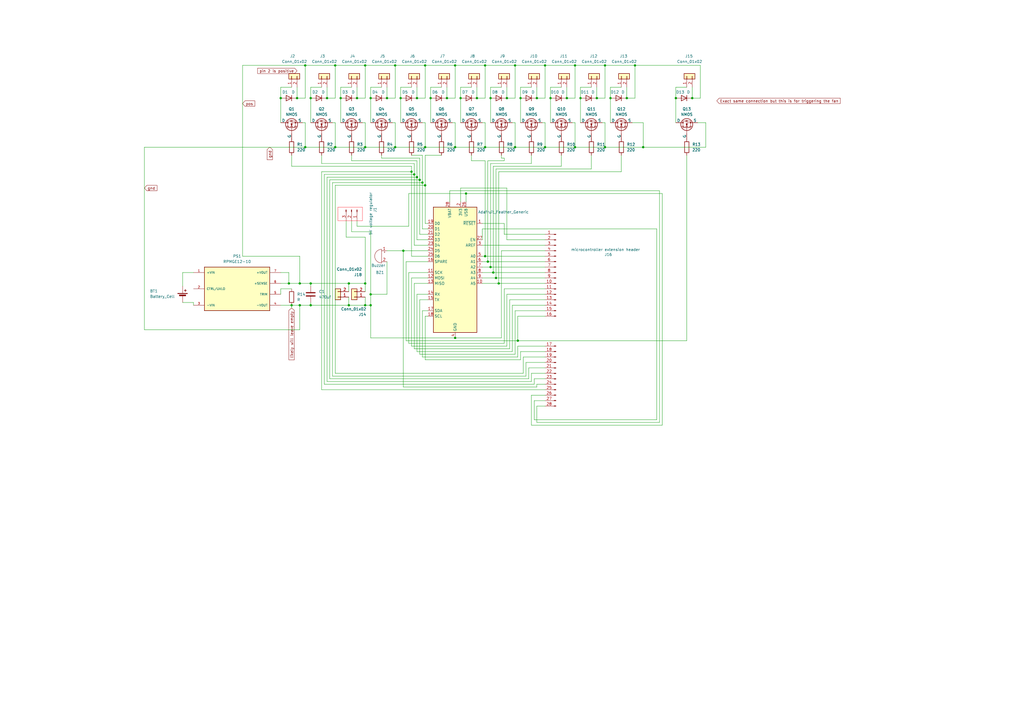
<source format=kicad_sch>
(kicad_sch (version 20250114) (generator "eeschema") (generator_version "9.0")
  (paper "User" 477.19 332.334)
  (rectangle (start 157.48 96.52) (end 168.91 102.87) (stroke (width 0) (color 255 41 55 1)))
  (junction (at 191.77 80.01))
  (junction (at 172.72 142.24))
  (junction (at 240.03 68.58))
  (junction (at 322.58 45.72))
  (junction (at 135.89 142.24))
  (junction (at 138.43 45.72))
  (junction (at 284.48 45.72))
  (junction (at 217.17 90.17))
  (junction (at 212.09 68.58))
  (junction (at 194.31 45.72))
  (junction (at 270.51 45.72))
  (junction (at 227.33 121.92))
  (junction (at 232.41 132.08))
  (junction (at 212.09 30.48))
  (junction (at 180.34 45.72))
  (junction (at 142.24 30.48))
  (junction (at 292.1 45.72))
  (junction (at 162.56 132.08))
  (junction (at 242.57 45.72))
  (junction (at 144.78 45.72))
  (junction (at 212.09 157.48))
  (junction (at 278.13 45.72))
  (junction (at 186.69 45.72))
  (junction (at 254 30.48))
  (junction (at 184.15 30.48))
  (junction (at 193.04 81.28))
  (junction (at 241.3 158.75))
  (junction (at 187.96 116.84))
  (junction (at 156.21 68.58))
  (junction (at 295.91 30.48))
  (junction (at 170.18 142.24))
  (junction (at 195.58 83.82))
  (junction (at 166.37 45.72))
  (junction (at 198.12 68.58))
  (junction (at 226.06 30.48))
  (junction (at 134.62 132.08))
  (junction (at 208.28 45.72))
  (junction (at 184.15 68.58))
  (junction (at 196.85 85.09))
  (junction (at 299.72 68.58))
  (junction (at 198.12 86.36))
  (junction (at 139.7 132.08))
  (junction (at 281.94 68.58))
  (junction (at 240.03 30.48))
  (junction (at 226.06 68.58))
  (junction (at 254 68.58))
  (junction (at 256.54 45.72))
  (junction (at 172.72 45.72))
  (junction (at 130.81 45.72))
  (junction (at 226.06 119.38))
  (junction (at 267.97 68.58))
  (junction (at 144.78 132.08))
  (junction (at 228.6 45.72))
  (junction (at 267.97 30.48))
  (junction (at 250.19 45.72))
  (junction (at 198.12 30.48))
  (junction (at 170.18 30.48))
  (junction (at 170.18 132.08))
  (junction (at 158.75 45.72))
  (junction (at 228.6 124.46))
  (junction (at 214.63 45.72))
  (junction (at 231.14 129.54))
  (junction (at 314.96 45.72))
  (junction (at 144.78 142.24))
  (junction (at 264.16 45.72))
  (junction (at 152.4 45.72))
  (junction (at 229.87 127))
  (junction (at 200.66 45.72))
  (junction (at 162.56 142.24))
  (junction (at 281.94 30.48))
  (junction (at 142.24 68.58))
  (junction (at 139.7 142.24))
  (junction (at 194.31 82.55))
  (junction (at 236.22 45.72))
  (junction (at 172.72 137.16))
  (junction (at 156.21 30.48))
  (junction (at 222.25 45.72))
  (junction (at 170.18 68.58))
  (wire (pts (xy 184.15 45.72) (xy 180.34 45.72)))
  (wire (pts (xy 152.4 82.55) (xy 194.31 82.55)))
  (wire (pts (xy 232.41 132.08) (xy 224.79 132.08)))
  (wire (pts (xy 195.58 109.22) (xy 199.39 109.22)))
  (wire (pts (xy 166.37 40.64) (xy 166.37 45.72)))
  (wire (pts (xy 281.94 57.15) (xy 281.94 68.58)))
  (wire (pts (xy 198.12 68.58) (xy 212.09 68.58)))
  (wire (pts (xy 162.56 132.08) (xy 170.18 132.08)))
  (wire (pts (xy 156.21 30.48) (xy 156.21 45.72)))
  (wire (pts (xy 254 163.83) (xy 242.57 163.83)))
  (wire (pts (xy 198.12 30.48) (xy 212.09 30.48)))
  (wire (pts (xy 144.78 132.08) (xy 144.78 133.35)))
  (wire (pts (xy 247.65 177.8) (xy 152.4 177.8)))
  (wire (pts (xy 154.94 175.26) (xy 154.94 85.09)))
  (wire (pts (xy 281.94 68.58) (xy 299.72 68.58)))
  (wire (pts (xy 191.77 129.54) (xy 199.39 129.54)))
  (wire (pts (xy 212.09 30.48) (xy 226.06 30.48)))
  (wire (pts (xy 186.69 45.72) (xy 186.69 40.64)))
  (wire (pts (xy 177.8 73.66) (xy 177.8 72.39)))
  (wire (pts (xy 130.81 45.72) (xy 130.81 57.15)))
  (wire (pts (xy 234.95 109.22) (xy 254 109.22)))
  (wire (pts (xy 130.81 142.24) (xy 135.89 142.24)))
  (wire (pts (xy 170.18 57.15) (xy 170.18 68.58)))
  (wire (pts (xy 284.48 45.72) (xy 284.48 40.64)))
  (wire (pts (xy 308.61 198.12) (xy 308.61 90.17)))
  (wire (pts (xy 154.94 85.09) (xy 196.85 85.09)))
  (wire (pts (xy 256.54 45.72) (xy 256.54 57.15)))
  (wire (pts (xy 189.23 158.75) (xy 189.23 121.92)))
  (wire (pts (xy 250.19 179.07) (xy 250.19 180.34)))
  (wire (pts (xy 264.16 40.64) (xy 264.16 45.72)))
  (wire (pts (xy 209.55 88.9) (xy 307.34 88.9)))
  (wire (pts (xy 170.18 132.08) (xy 170.18 135.89)))
  (wire (pts (xy 156.21 57.15) (xy 154.94 57.15)))
  (wire (pts (xy 156.21 86.36) (xy 198.12 86.36)))
  (wire (pts (xy 227.33 74.93) (xy 234.95 74.93)))
  (wire (pts (xy 191.77 161.29) (xy 191.77 129.54)))
  (wire (pts (xy 212.09 68.58) (xy 226.06 68.58)))
  (wire (pts (xy 236.22 161.29) (xy 191.77 161.29)))
  (wire (pts (xy 195.58 109.22) (xy 195.58 83.82)))
  (wire (pts (xy 191.77 77.47) (xy 135.89 77.47)))
  (wire (pts (xy 153.67 176.53) (xy 246.38 176.53)))
  (wire (pts (xy 139.7 142.24) (xy 144.78 142.24)))
  (wire (pts (xy 242.57 167.64) (xy 198.12 167.64)))
  (wire (pts (xy 85.09 140.97) (xy 90.17 140.97)))
  (wire (pts (xy 90.17 140.97) (xy 90.17 142.24)))
  (wire (pts (xy 184.15 30.48) (xy 184.15 45.72)))
  (wire (pts (xy 254 176.53) (xy 248.92 176.53)))
  (wire (pts (xy 250.19 196.85) (xy 250.19 189.23)))
  (wire (pts (xy 151.13 81.28) (xy 193.04 81.28)))
  (wire (pts (xy 254 179.07) (xy 250.19 179.07)))
  (wire (pts (xy 238.76 142.24) (xy 238.76 163.83)))
  (wire (pts (xy 236.22 87.63) (xy 236.22 111.76)))
  (wire (pts (xy 299.72 57.15) (xy 294.64 57.15)))
  (wire (pts (xy 139.7 132.08) (xy 144.78 132.08)))
  (wire (pts (xy 130.81 45.72) (xy 130.81 40.64)))
  (wire (pts (xy 139.7 119.38) (xy 139.7 132.08)))
  (wire (pts (xy 241.3 161.29) (xy 241.3 166.37)))
  (wire (pts (xy 172.72 157.48) (xy 172.72 142.24)))
  (wire (pts (xy 240.03 30.48) (xy 240.03 45.72)))
  (wire (pts (xy 194.31 163.83) (xy 194.31 137.16)))
  (wire (pts (xy 250.19 189.23) (xy 254 189.23)))
  (wire (pts (xy 250.19 40.64) (xy 250.19 45.72)))
  (wire (pts (xy 228.6 45.72) (xy 228.6 57.15)))
  (wire (pts (xy 295.91 30.48) (xy 295.91 45.72)))
  (wire (pts (xy 158.75 45.72) (xy 158.75 57.15)))
  (wire (pts (xy 314.96 45.72) (xy 314.96 40.64)))
  (wire (pts (xy 198.12 104.14) (xy 199.39 104.14)))
  (wire (pts (xy 144.78 142.24) (xy 162.56 142.24)))
  (wire (pts (xy 270.51 45.72) (xy 270.51 40.64)))
  (wire (pts (xy 308.61 90.17) (xy 217.17 90.17)))
  (wire (pts (xy 149.86 80.01) (xy 191.77 80.01)))
  (wire (pts (xy 234.95 73.66) (xy 233.68 73.66)))
  (wire (pts (xy 184.15 57.15) (xy 184.15 68.58)))
  (wire (pts (xy 196.85 106.68) (xy 199.39 106.68)))
  (wire (pts (xy 270.51 45.72) (xy 270.51 57.15)))
  (wire (pts (xy 182.88 57.15) (xy 184.15 57.15)))
  (wire (pts (xy 113.03 30.48) (xy 113.03 119.38)))
  (wire (pts (xy 284.48 45.72) (xy 284.48 57.15)))
  (wire (pts (xy 219.71 74.93) (xy 226.06 74.93)))
  (wire (pts (xy 113.03 119.38) (xy 139.7 119.38)))
  (wire (pts (xy 186.69 40.64) (xy 191.77 40.64)))
  (wire (pts (xy 242.57 163.83) (xy 242.57 167.64)))
  (wire (pts (xy 200.66 40.64) (xy 205.74 40.64)))
  (wire (pts (xy 254 171.45) (xy 246.38 171.45)))
  (wire (pts (xy 248.92 186.69) (xy 254 186.69)))
  (wire (pts (xy 306.07 106.68) (xy 306.07 195.58)))
  (wire (pts (xy 196.85 72.39) (xy 196.85 85.09)))
  (wire (pts (xy 156.21 30.48) (xy 170.18 30.48)))
  (wire (pts (xy 234.95 74.93) (xy 234.95 73.66)))
  (wire (pts (xy 170.18 68.58) (xy 184.15 68.58)))
  (wire (pts (xy 172.72 137.16) (xy 172.72 107.95)))
  (wire (pts (xy 226.06 74.93) (xy 226.06 119.38)))
  (wire (pts (xy 166.37 102.87) (xy 166.37 105.41)))
  (wire (pts (xy 200.66 45.72) (xy 200.66 40.64)))
  (wire (pts (xy 162.56 142.24) (xy 170.18 142.24)))
  (wire (pts (xy 190.5 160.02) (xy 190.5 127)))
  (wire (pts (xy 226.06 119.38) (xy 224.79 119.38)))
  (wire (pts (xy 241.3 147.32) (xy 241.3 158.75)))
  (wire (pts (xy 254 68.58) (xy 267.97 68.58)))
  (wire (pts (xy 224.79 114.3) (xy 254 114.3)))
  (wire (pts (xy 243.84 166.37) (xy 243.84 173.99)))
  (wire (pts (xy 254 134.62) (xy 234.95 134.62)))
  (wire (pts (xy 163.83 72.39) (xy 163.83 74.93)))
  (wire (pts (xy 236.22 111.76) (xy 254 111.76)))
  (wire (pts (xy 254 30.48) (xy 267.97 30.48)))
  (wire (pts (xy 314.96 45.72) (xy 314.96 57.15)))
  (wire (pts (xy 236.22 137.16) (xy 236.22 161.29)))
  (wire (pts (xy 261.62 72.39) (xy 261.62 77.47)))
  (wire (pts (xy 196.85 166.37) (xy 196.85 144.78)))
  (wire (pts (xy 229.87 77.47) (xy 261.62 77.47)))
  (wire (pts (xy 142.24 45.72) (xy 142.24 30.48)))
  (wire (pts (xy 180.34 137.16) (xy 172.72 137.16)))
  (wire (pts (xy 198.12 167.64) (xy 198.12 147.32)))
  (wire (pts (xy 196.85 144.78) (xy 199.39 144.78)))
  (wire (pts (xy 210.82 57.15) (xy 212.09 57.15)))
  (wire (pts (xy 248.92 176.53) (xy 248.92 179.07)))
  (wire (pts (xy 292.1 40.64) (xy 292.1 45.72)))
  (wire (pts (xy 219.71 72.39) (xy 219.71 74.93)))
  (wire (pts (xy 198.12 147.32) (xy 199.39 147.32)))
  (wire (pts (xy 214.63 93.98) (xy 214.63 87.63)))
  (wire (pts (xy 281.94 45.72) (xy 281.94 30.48)))
  (wire (pts (xy 328.93 57.15) (xy 328.93 68.58)))
  (wire (pts (xy 278.13 45.72) (xy 281.94 45.72)))
  (wire (pts (xy 130.81 127) (xy 134.62 127)))
  (wire (pts (xy 224.79 106.68) (xy 306.07 106.68)))
  (wire (pts (xy 224.79 57.15) (xy 226.06 57.15)))
  (wire (pts (xy 226.06 57.15) (xy 226.06 68.58)))
  (wire (pts (xy 194.31 82.55) (xy 194.31 74.93)))
  (wire (pts (xy 198.12 86.36) (xy 198.12 72.39)))
  (wire (pts (xy 247.65 76.2) (xy 247.65 72.39)))
  (wire (pts (xy 254 144.78) (xy 240.03 144.78)))
  (wire (pts (xy 195.58 165.1) (xy 195.58 139.7)))
  (wire (pts (xy 226.06 45.72) (xy 226.06 30.48)))
  (wire (pts (xy 168.91 57.15) (xy 170.18 57.15)))
  (wire (pts (xy 172.72 45.72) (xy 172.72 57.15)))
  (wire (pts (xy 142.24 68.58) (xy 156.21 68.58)))
  (wire (pts (xy 90.17 127) (xy 85.09 127)))
  (wire (pts (xy 228.6 40.64) (xy 233.68 40.64)))
  (wire (pts (xy 284.48 40.64) (xy 289.56 40.64)))
  (wire (pts (xy 135.89 142.24) (xy 139.7 142.24)))
  (wire (pts (xy 231.14 129.54) (xy 254 129.54)))
  (wire (pts (xy 254 137.16) (xy 236.22 137.16)))
  (wire (pts (xy 229.87 127) (xy 224.79 127)))
  (wire (pts (xy 144.78 140.97) (xy 144.78 142.24)))
  (wire (pts (xy 224.79 111.76) (xy 224.79 106.68)))
  (wire (pts (xy 267.97 30.48) (xy 267.97 45.72)))
  (wire (pts (xy 193.04 162.56) (xy 193.04 132.08)))
  (wire (pts (xy 245.11 175.26) (xy 154.94 175.26)))
  (wire (pts (xy 247.65 198.12) (xy 308.61 198.12)))
  (wire (pts (xy 152.4 40.64) (xy 152.4 45.72)))
  (wire (pts (xy 172.72 142.24) (xy 172.72 137.16)))
  (wire (pts (xy 267.97 30.48) (xy 281.94 30.48)))
  (wire (pts (xy 163.83 107.95) (xy 163.83 102.87)))
  (wire (pts (xy 130.81 134.62) (xy 130.81 137.16)))
  (wire (pts (xy 275.59 78.74) (xy 231.14 78.74)))
  (wire (pts (xy 191.77 119.38) (xy 191.77 80.01)))
  (wire (pts (xy 200.66 45.72) (xy 200.66 57.15)))
  (wire (pts (xy 222.25 45.72) (xy 226.06 45.72)))
  (wire (pts (xy 228.6 124.46) (xy 254 124.46)))
  (wire (pts (xy 170.18 132.08) (xy 170.18 110.49)))
  (wire (pts (xy 191.77 72.39) (xy 196.85 72.39)))
  (wire (pts (xy 217.17 90.17) (xy 217.17 93.98)))
  (wire (pts (xy 252.73 57.15) (xy 254 57.15)))
  (wire (pts (xy 254 161.29) (xy 241.3 161.29)))
  (wire (pts (xy 267.97 45.72) (xy 264.16 45.72)))
  (wire (pts (xy 237.49 139.7) (xy 237.49 162.56)))
  (wire (pts (xy 275.59 72.39) (xy 275.59 78.74)))
  (wire (pts (xy 208.28 40.64) (xy 208.28 45.72)))
  (wire (pts (xy 233.68 116.84) (xy 233.68 157.48)))
  (wire (pts (xy 149.86 181.61) (xy 149.86 80.01)))
  (wire (pts (xy 158.75 45.72) (xy 158.75 40.64)))
  (wire (pts (xy 325.12 57.15) (xy 328.93 57.15)))
  (wire (pts (xy 194.31 111.76) (xy 199.39 111.76)))
  (wire (pts (xy 254 57.15) (xy 254 68.58)))
  (wire (pts (xy 193.04 114.3) (xy 193.04 81.28)))
  (wire (pts (xy 156.21 86.36) (xy 156.21 173.99)))
  (wire (pts (xy 234.95 104.14) (xy 234.95 109.22)))
  (wire (pts (xy 153.67 176.53) (xy 153.67 83.82)))
  (wire (pts (xy 194.31 40.64) (xy 194.31 45.72)))
  (wire (pts (xy 240.03 30.48) (xy 254 30.48)))
  (wire (pts (xy 194.31 74.93) (xy 163.83 74.93)))
  (wire (pts (xy 144.78 45.72) (xy 144.78 57.15)))
  (wire (pts (xy 242.57 45.72) (xy 242.57 57.15)))
  (wire (pts (xy 214.63 40.64) (xy 219.71 40.64)))
  (wire (pts (xy 233.68 73.66) (xy 233.68 72.39)))
  (wire (pts (xy 256.54 40.64) (xy 261.62 40.64)))
  (wire (pts (xy 162.56 132.08) (xy 162.56 135.89)))
  (wire (pts (xy 254 142.24) (xy 238.76 142.24)))
  (wire (pts (xy 187.96 116.84) (xy 199.39 116.84)))
  (wire (pts (xy 254 173.99) (xy 247.65 173.99)))
  (wire (pts (xy 180.34 40.64) (xy 180.34 45.72)))
  (wire (pts (xy 229.87 127) (xy 254 127)))
  (wire (pts (xy 194.31 137.16) (xy 199.39 137.16)))
  (wire (pts (xy 198.12 57.15) (xy 198.12 68.58)))
  (wire (pts (xy 138.43 45.72) (xy 142.24 45.72)))
  (wire (pts (xy 232.41 80.01) (xy 232.41 132.08)))
  (wire (pts (xy 328.93 68.58) (xy 299.72 68.58)))
  (wire (pts (xy 266.7 57.15) (xy 267.97 57.15)))
  (wire (pts (xy 135.89 143.51) (xy 135.89 142.24)))
  (wire (pts (xy 139.7 142.24) (xy 139.7 153.67)))
  (wire (pts (xy 158.75 40.64) (xy 163.83 40.64)))
  (wire (pts (xy 180.34 116.84) (xy 187.96 116.84)))
  (wire (pts (xy 194.31 45.72) (xy 198.12 45.72)))
  (wire (pts (xy 67.31 153.67) (xy 67.31 68.58)))
  (wire (pts (xy 85.09 127) (xy 85.09 133.35)))
  (wire (pts (xy 151.13 179.07) (xy 248.92 179.07)))
  (wire (pts (xy 212.09 45.72) (xy 208.28 45.72)))
  (wire (pts (xy 134.62 127) (xy 134.62 132.08)))
  (wire (pts (xy 242.57 40.64) (xy 247.65 40.64)))
  (wire (pts (xy 166.37 45.72) (xy 170.18 45.72)))
  (wire (pts (xy 238.76 57.15) (xy 240.03 57.15)))
  (wire (pts (xy 227.33 121.92) (xy 224.79 121.92)))
  (wire (pts (xy 172.72 40.64) (xy 177.8 40.64)))
  (wire (pts (xy 254 45.72) (xy 254 30.48)))
  (wire (pts (xy 191.77 80.01) (xy 191.77 77.47)))
  (wire (pts (xy 322.58 40.64) (xy 322.58 45.72)))
  (wire (pts (xy 254 184.15) (xy 247.65 184.15)))
  (wire (pts (xy 307.34 196.85) (xy 250.19 196.85)))
  (wire (pts (xy 320.04 72.39) (xy 320.04 158.75)))
  (wire (pts (xy 144.78 132.08) (xy 162.56 132.08)))
  (wire (pts (xy 240.03 45.72) (xy 236.22 45.72)))
  (wire (pts (xy 209.55 93.98) (xy 209.55 88.9)))
  (wire (pts (xy 187.96 180.34) (xy 187.96 116.84)))
  (wire (pts (xy 135.89 72.39) (xy 135.89 77.47)))
  (wire (pts (xy 156.21 45.72) (xy 152.4 45.72)))
  (wire (pts (xy 237.49 162.56) (xy 193.04 162.56)))
  (wire (pts (xy 231.14 129.54) (xy 224.79 129.54)))
  (wire (pts (xy 229.87 77.47) (xy 229.87 127)))
  (wire (pts (xy 226.06 119.38) (xy 254 119.38)))
  (wire (pts (xy 130.81 40.64) (xy 135.89 40.64)))
  (wire (pts (xy 138.43 40.64) (xy 138.43 45.72)))
  (wire (pts (xy 172.72 45.72) (xy 172.72 40.64)))
  (wire (pts (xy 187.96 180.34) (xy 250.19 180.34)))
  (wire (pts (xy 240.03 165.1) (xy 195.58 165.1)))
  (wire (pts (xy 156.21 68.58) (xy 170.18 68.58)))
  (wire (pts (xy 299.72 68.58) (xy 299.72 57.15)))
  (wire (pts (xy 267.97 57.15) (xy 267.97 68.58)))
  (wire (pts (xy 214.63 45.72) (xy 214.63 40.64)))
  (wire (pts (xy 227.33 74.93) (xy 227.33 121.92)))
  (wire (pts (xy 254 116.84) (xy 233.68 116.84)))
  (wire (pts (xy 153.67 83.82) (xy 195.58 83.82)))
  (wire (pts (xy 193.04 132.08) (xy 199.39 132.08)))
  (wire (pts (xy 240.03 68.58) (xy 254 68.58)))
  (wire (pts (xy 195.58 139.7) (xy 199.39 139.7)))
  (wire (pts (xy 149.86 76.2) (xy 149.86 72.39)))
  (wire (pts (xy 130.81 132.08) (xy 134.62 132.08)))
  (wire (pts (xy 326.39 30.48) (xy 326.39 45.72)))
  (wire (pts (xy 247.65 184.15) (xy 247.65 198.12)))
  (wire (pts (xy 166.37 105.41) (xy 190.5 105.41)))
  (wire (pts (xy 190.5 90.17) (xy 217.17 90.17)))
  (wire (pts (xy 142.24 57.15) (xy 140.97 57.15)))
  (wire (pts (xy 256.54 45.72) (xy 256.54 40.64)))
  (wire (pts (xy 139.7 153.67) (xy 67.31 153.67)))
  (wire (pts (xy 190.5 127) (xy 199.39 127)))
  (wire (pts (xy 245.11 168.91) (xy 245.11 175.26)))
  (wire (pts (xy 326.39 45.72) (xy 322.58 45.72)))
  (wire (pts (xy 190.5 105.41) (xy 190.5 90.17)))
  (wire (pts (xy 180.34 121.92) (xy 180.34 137.16)))
  (wire (pts (xy 144.78 40.64) (xy 149.86 40.64)))
  (wire (pts (xy 149.86 181.61) (xy 254 181.61)))
  (wire (pts (xy 238.76 163.83) (xy 194.31 163.83)))
  (wire (pts (xy 170.18 45.72) (xy 170.18 30.48)))
  (wire (pts (xy 214.63 45.72) (xy 214.63 57.15)))
  (wire (pts (xy 193.04 114.3) (xy 199.39 114.3)))
  (wire (pts (xy 248.92 195.58) (xy 248.92 186.69)))
  (wire (pts (xy 240.03 144.78) (xy 240.03 165.1)))
  (wire (pts (xy 228.6 124.46) (xy 224.79 124.46)))
  (wire (pts (xy 151.13 179.07) (xy 151.13 81.28)))
  (wire (pts (xy 232.41 132.08) (xy 254 132.08)))
  (wire (pts (xy 170.18 142.24) (xy 172.72 142.24)))
  (wire (pts (xy 198.12 104.14) (xy 198.12 86.36)))
  (wire (pts (xy 193.04 76.2) (xy 149.86 76.2)))
  (wire (pts (xy 163.83 107.95) (xy 172.72 107.95)))
  (wire (pts (xy 240.03 57.15) (xy 240.03 68.58)))
  (wire (pts (xy 233.68 157.48) (xy 212.09 157.48)))
  (wire (pts (xy 241.3 158.75) (xy 189.23 158.75)))
  (wire (pts (xy 195.58 83.82) (xy 195.58 73.66)))
  (wire (pts (xy 242.57 45.72) (xy 242.57 40.64)))
  (wire (pts (xy 246.38 171.45) (xy 246.38 176.53)))
  (wire (pts (xy 170.18 30.48) (xy 184.15 30.48)))
  (wire (pts (xy 198.12 45.72) (xy 198.12 30.48)))
  (wire (pts (xy 254 168.91) (xy 245.11 168.91)))
  (wire (pts (xy 142.24 30.48) (xy 156.21 30.48)))
  (wire (pts (xy 142.24 57.15) (xy 142.24 68.58)))
  (wire (pts (xy 289.56 72.39) (xy 289.56 80.01)))
  (wire (pts (xy 267.97 68.58) (xy 281.94 68.58)))
  (wire (pts (xy 186.69 45.72) (xy 186.69 57.15)))
  (wire (pts (xy 281.94 30.48) (xy 295.91 30.48)))
  (wire (pts (xy 226.06 30.48) (xy 240.03 30.48)))
  (wire (pts (xy 222.25 40.64) (xy 222.25 45.72)))
  (wire (pts (xy 241.3 166.37) (xy 196.85 166.37)))
  (wire (pts (xy 232.41 80.01) (xy 289.56 80.01)))
  (wire (pts (xy 224.79 104.14) (xy 234.95 104.14)))
  (wire (pts (xy 196.85 57.15) (xy 198.12 57.15)))
  (wire (pts (xy 247.65 76.2) (xy 228.6 76.2)))
  (wire (pts (xy 194.31 111.76) (xy 194.31 82.55)))
  (wire (pts (xy 243.84 173.99) (xy 156.21 173.99)))
  (wire (pts (xy 228.6 76.2) (xy 228.6 124.46)))
  (wire (pts (xy 142.24 30.48) (xy 113.03 30.48)))
  (wire (pts (xy 254 139.7) (xy 237.49 139.7)))
  (wire (pts (xy 212.09 157.48) (xy 172.72 157.48)))
  (wire (pts (xy 193.04 81.28) (xy 193.04 76.2)))
  (wire (pts (xy 199.39 119.38) (xy 191.77 119.38)))
  (wire (pts (xy 314.96 40.64) (xy 320.04 40.64)))
  (wire (pts (xy 295.91 30.48) (xy 326.39 30.48)))
  (wire (pts (xy 135.89 134.62) (xy 130.81 134.62)))
  (wire (pts (xy 236.22 40.64) (xy 236.22 45.72)))
  (wire (pts (xy 184.15 68.58) (xy 198.12 68.58)))
  (wire (pts (xy 250.19 45.72) (xy 254 45.72)))
  (wire (pts (xy 254 166.37) (xy 243.84 166.37)))
  (wire (pts (xy 195.58 73.66) (xy 177.8 73.66)))
  (wire (pts (xy 231.14 78.74) (xy 231.14 129.54)))
  (wire (pts (xy 161.29 110.49) (xy 161.29 102.87)))
  (wire (pts (xy 212.09 57.15) (xy 212.09 68.58)))
  (wire (pts (xy 234.95 134.62) (xy 234.95 160.02)))
  (wire (pts (xy 189.23 121.92) (xy 199.39 121.92)))
  (wire (pts (xy 214.63 87.63) (xy 236.22 87.63)))
  (wire (pts (xy 212.09 30.48) (xy 212.09 45.72)))
  (wire (pts (xy 161.29 110.49) (xy 170.18 110.49)))
  (wire (pts (xy 307.34 88.9) (xy 307.34 196.85)))
  (wire (pts (xy 254 147.32) (xy 241.3 147.32)))
  (wire (pts (xy 306.07 195.58) (xy 248.92 195.58)))
  (wire (pts (xy 152.4 177.8) (xy 152.4 82.55)))
  (wire (pts (xy 278.13 40.64) (xy 278.13 45.72)))
  (wire (pts (xy 162.56 138.43) (xy 162.56 142.24)))
  (wire (pts (xy 226.06 68.58) (xy 240.03 68.58)))
  (wire (pts (xy 67.31 68.58) (xy 142.24 68.58)))
  (wire (pts (xy 134.62 132.08) (xy 139.7 132.08)))
  (wire (pts (xy 196.85 85.09) (xy 196.85 106.68)))
  (wire (pts (xy 270.51 40.64) (xy 275.59 40.64)))
  (wire (pts (xy 234.95 160.02) (xy 190.5 160.02)))
  (wire (pts (xy 280.67 57.15) (xy 281.94 57.15)))
  (wire (pts (xy 144.78 45.72) (xy 144.78 40.64)))
  (wire (pts (xy 247.65 173.99) (xy 247.65 177.8)))
  (wire (pts (xy 320.04 158.75) (xy 241.3 158.75)))
  (wire (pts (xy 170.18 138.43) (xy 170.18 142.24)))
  (wire (pts (xy 295.91 45.72) (xy 292.1 45.72)))
  (wire (pts (xy 227.33 121.92) (xy 254 121.92)))
  (wire (pts (xy 184.15 30.48) (xy 198.12 30.48)))
  (wire (pts (xy 228.6 45.72) (xy 228.6 40.64)))
  (wire (pts (xy 198.12 72.39) (xy 205.74 72.39)))
  (wire (pts (xy 156.21 68.58) (xy 156.21 57.15)))
  (global_label "gnd" (shape input) (at 67.31 87.63 0) (property "Intersheetrefs" "${INTERSHEET_REFS}" (effects (hide yes))))
  (global_label "gnd" (shape input) (at 125.73 68.58 270) (property "Intersheetrefs" "${INTERSHEET_REFS}" (effects (hide yes))))
  (global_label "Exact same connection but this is for triggering the fan" (shape input) (at 334.01 46.99 0) (property "Intersheetrefs" "${INTERSHEET_REFS}" (effects (hide yes))))
  (global_label "likely will leave empty" (shape input) (at 135.89 143.51 270) (property "Intersheetrefs" "${INTERSHEET_REFS}" (effects (hide yes))))
  (global_label "pos" (shape input) (at 113.03 48.26 0) (property "Intersheetrefs" "${INTERSHEET_REFS}" (effects (hide yes))))
  (global_label "pin 2 is positive" (shape input) (at 138.43 33.02 180) (property "Intersheetrefs" "${INTERSHEET_REFS}" (effects (hide yes))))
  (symbol (lib_name "NMOS_1") (lib_id "Simulation_SPICE:NMOS") (at 149.86 59.69 90) (unit 1)
    (property "Reference" "Q2" (at 149.86 50.8 90))
    (property "Value" "NMOS" (at 149.86 53.34 90))
    (property "Footprint" "Package_TO_SOT_THT:TO-220-3_Vertical" (effects (hide yes)))
    (property "Datasheet" "https://ngspice.sourceforge.io/docs/ngspice-html-manual/manual.xhtml#cha_MOSFETs" (effects (hide yes)))
    (property "Description" "N-MOSFET transistor, drain/source/gate" (effects (hide yes)))
    (property "Sim.Device" "NMOS" (effects (hide yes)))
    (property "Sim.Type" "VDMOS" (effects (hide yes)))
    (property "Sim.Pins" "1=D 2=G 3=S" (effects (hide yes)))
  )
  (symbol (lib_id "Connector_Generic:Conn_01x02") (at 219.71 35.56 90) (unit 1)
    (property "Reference" "J8" (at 218.948 26.162 90) (effects (justify right)))
    (property "Value" "Conn_01x02" (at 215.138 28.702 90) (effects (justify right)))
    (property "Footprint" "AA_Oscars_Custom:2 pin qwik connector" (effects (hide yes)))
    (property "Description" "Generic connector, single row, 01x02, script generated (kicad-library-utils/schlib/autogen/connector/)" (effects (hide yes)))
  )
  (symbol (lib_id "Device:R") (at 275.59 68.58 0) (unit 1)
    (property "Reference" "R11" (at 278.13 67.3099 0) (effects (justify left)))
    (property "Value" "220" (at 278.13 69.8499 0) (effects (justify left)))
    (property "Footprint" "Resistor_SMD:R_2010_5025Metric_Pad1.40x2.65mm_HandSolder" (effects (hide yes)))
    (property "Description" "Resistor" (effects (hide yes)))
  )
  (symbol (lib_id "Device:R") (at 219.71 68.58 0) (unit 1)
    (property "Reference" "R7" (at 222.25 67.3099 0) (effects (justify left)))
    (property "Value" "220" (at 222.25 69.8499 0) (effects (justify left)))
    (property "Footprint" "Resistor_SMD:R_2010_5025Metric_Pad1.40x2.65mm_HandSolder" (effects (hide yes)))
    (property "Description" "Resistor" (effects (hide yes)))
  )
  (symbol (lib_id "Connector_Generic:Conn_01x02") (at 157.48 138.43 180) (unit 1)
    (property "Reference" "J18" (at 168.656 128.016 0) (effects (justify left)))
    (property "Value" "Conn_01x02" (at 168.656 125.476 0) (effects (justify left)))
    (property "Footprint" "Connector_PinHeader_2.54mm:PinHeader_1x02_P2.54mm_Vertical" (effects (hide yes)))
    (property "Description" "Generic connector, single row, 01x02, script generated (kicad-library-utils/schlib/autogen/connector/)" (effects (hide yes)))
  )
  (symbol (lib_id "Connector_Generic:Conn_01x02") (at 135.89 35.56 90) (unit 1)
    (property "Reference" "J2" (at 135.128 26.162 90) (effects (justify right)))
    (property "Value" "Conn_01x02" (at 131.318 28.702 90) (effects (justify right)))
    (property "Footprint" "AA_Oscars_Custom:2 pin qwik connector" (effects (hide yes)))
    (property "Description" "Generic connector, single row, 01x02, script generated (kicad-library-utils/schlib/autogen/connector/)" (effects (hide yes)))
  )
  (symbol (lib_id "Device:R") (at 149.86 68.58 0) (unit 1)
    (property "Reference" "R2" (at 152.4 67.3099 0) (effects (justify left)))
    (property "Value" "220" (at 152.4 69.8499 0) (effects (justify left)))
    (property "Footprint" "Resistor_SMD:R_2010_5025Metric_Pad1.40x2.65mm_HandSolder" (effects (hide yes)))
    (property "Description" "Resistor" (effects (hide yes)))
  )
  (symbol (lib_id "Device:R") (at 191.77 68.58 0) (unit 1)
    (property "Reference" "R5" (at 194.31 67.3099 0) (effects (justify left)))
    (property "Value" "220" (at 194.31 69.8499 0) (effects (justify left)))
    (property "Footprint" "Resistor_SMD:R_2010_5025Metric_Pad1.40x2.65mm_HandSolder" (effects (hide yes)))
    (property "Description" "Resistor" (effects (hide yes)))
  )
  (symbol (lib_id "Connector:Conn_01x16_Pin") (at 259.08 127 0) (mirror y) (unit 1)
    (property "Reference" "J16" (at 283.464 118.618 0))
    (property "Value" "microcontroller extension header" (at 282.194 116.332 0))
    (property "Footprint" "AA_Oscars_Custom:simple 01x06" (effects (hide yes)))
    (property "Description" "Generic connector, single row, 01x16, script generated" (effects (hide yes)))
  )
  (symbol (lib_id "Device:D") (at 232.41 45.72 180) (unit 1)
    (property "Reference" "D8" (at 230.632 42.926 0))
    (property "Value" "D" (at 234.442 42.926 0))
    (property "Footprint" "Diode_THT:D_A-405_P7.62mm_Horizontal" (effects (hide yes)))
    (property "Description" "Diode" (effects (hide yes)))
    (property "Sim.Device" "D" (effects (hide yes)))
    (property "Sim.Pins" "1=K 2=A" (effects (hide yes)))
  )
  (symbol (lib_id "Device:D") (at 274.32 45.72 180) (unit 1)
    (property "Reference" "D11" (at 272.542 42.926 0))
    (property "Value" "D" (at 276.352 42.926 0))
    (property "Footprint" "Diode_THT:D_A-405_P7.62mm_Horizontal" (effects (hide yes)))
    (property "Description" "Diode" (effects (hide yes)))
    (property "Sim.Device" "D" (effects (hide yes)))
    (property "Sim.Pins" "1=K 2=A" (effects (hide yes)))
  )
  (symbol (lib_id "11 Oscars Custom:RPMGE12-10") (at 110.49 134.62 0) (unit 1)
    (property "Reference" "PS1" (at 110.49 119.38 0))
    (property "Value" "RPMGE12-10" (at 110.49 121.92 0))
    (property "Footprint" "AA_Oscars_Custom:CONV_RPMGE12-10" (effects (hide yes)))
    (property "MF" "Recom Power" (effects (hide yes)))
    (property "MAXIMUM_PACKAGE_HEIGHT" "12.5mm" (effects (hide yes)))
    (property "Package" "None" (effects (hide yes)))
    (property "Price" "None" (effects (hide yes)))
    (property "Check_prices" "https://www.snapeda.com/parts/RPMGE12-10/Recom+Power/view-part/?ref=eda" (effects (hide yes)))
    (property "STANDARD" "Manufacturer Recommendations" (effects (hide yes)))
    (property "PARTREV" "PRELIMINARY" (effects (hide yes)))
    (property "SnapEDA_Link" "https://www.snapeda.com/parts/RPMGE12-10/Recom+Power/view-part/?ref=snap" (effects (hide yes)))
    (property "MP" "RPMGE12-10" (effects (hide yes)))
    (property "Description_1" "\n                        \n                            10A DC/DC-Converter 'INNOLINE' 1/8 Brick OF reg\n                        \n" (effects (hide yes)))
    (property "Availability" "In Stock" (effects (hide yes)))
    (property "MANUFACTURER" "Recom Power" (effects (hide yes)))
  )
  (symbol (lib_name "NMOS_1") (lib_id "Simulation_SPICE:NMOS") (at 320.04 59.69 90) (unit 1)
    (property "Reference" "Q13" (at 320.04 50.8 90))
    (property "Value" "NMOS" (at 320.04 53.34 90))
    (property "Footprint" "Package_TO_SOT_THT:TO-220-3_Vertical" (effects (hide yes)))
    (property "Datasheet" "https://ngspice.sourceforge.io/docs/ngspice-html-manual/manual.xhtml#cha_MOSFETs" (effects (hide yes)))
    (property "Description" "N-MOSFET transistor, drain/source/gate" (effects (hide yes)))
    (property "Sim.Device" "NMOS" (effects (hide yes)))
    (property "Sim.Type" "VDMOS" (effects (hide yes)))
    (property "Sim.Pins" "1=D 2=G 3=S" (effects (hide yes)))
  )
  (symbol (lib_id "Device:R") (at 289.56 68.58 0) (unit 1)
    (property "Reference" "R12" (at 292.1 67.3099 0) (effects (justify left)))
    (property "Value" "220" (at 292.1 69.8499 0) (effects (justify left)))
    (property "Footprint" "Resistor_SMD:R_2010_5025Metric_Pad1.40x2.65mm_HandSolder" (effects (hide yes)))
    (property "Description" "Resistor" (effects (hide yes)))
  )
  (symbol (lib_id "Device:R") (at 177.8 68.58 0) (unit 1)
    (property "Reference" "R4" (at 180.34 67.3099 0) (effects (justify left)))
    (property "Value" "220" (at 180.34 69.8499 0) (effects (justify left)))
    (property "Footprint" "Resistor_SMD:R_2010_5025Metric_Pad1.40x2.65mm_HandSolder" (effects (hide yes)))
    (property "Description" "Resistor" (effects (hide yes)))
  )
  (symbol (lib_id "Device:D") (at 176.53 45.72 180) (unit 1)
    (property "Reference" "D4" (at 174.752 42.926 0))
    (property "Value" "D" (at 178.562 42.926 0))
    (property "Footprint" "Diode_THT:D_A-405_P7.62mm_Horizontal" (effects (hide yes)))
    (property "Description" "Diode" (effects (hide yes)))
    (property "Sim.Device" "D" (effects (hide yes)))
    (property "Sim.Pins" "1=K 2=A" (effects (hide yes)))
  )
  (symbol (lib_name "NMOS_1") (lib_id "Simulation_SPICE:NMOS") (at 219.71 59.69 90) (unit 1)
    (property "Reference" "Q7" (at 219.71 50.8 90))
    (property "Value" "NMOS" (at 219.71 53.34 90))
    (property "Footprint" "Package_TO_SOT_THT:TO-220-3_Vertical" (effects (hide yes)))
    (property "Datasheet" "https://ngspice.sourceforge.io/docs/ngspice-html-manual/manual.xhtml#cha_MOSFETs" (effects (hide yes)))
    (property "Description" "N-MOSFET transistor, drain/source/gate" (effects (hide yes)))
    (property "Sim.Device" "NMOS" (effects (hide yes)))
    (property "Sim.Type" "VDMOS" (effects (hide yes)))
    (property "Sim.Pins" "1=D 2=G 3=S" (effects (hide yes)))
  )
  (symbol (lib_id "Device:R") (at 163.83 68.58 0) (unit 1)
    (property "Reference" "R3" (at 166.37 67.3099 0) (effects (justify left)))
    (property "Value" "220" (at 166.37 69.8499 0) (effects (justify left)))
    (property "Footprint" "Resistor_SMD:R_2010_5025Metric_Pad1.40x2.65mm_HandSolder" (effects (hide yes)))
    (property "Description" "Resistor" (effects (hide yes)))
  )
  (symbol (lib_id "Connector_Generic:Conn_01x02") (at 191.77 35.56 90) (unit 1)
    (property "Reference" "J6" (at 191.008 26.162 90) (effects (justify right)))
    (property "Value" "Conn_01x02" (at 187.198 28.702 90) (effects (justify right)))
    (property "Footprint" "AA_Oscars_Custom:2 pin qwik connector" (effects (hide yes)))
    (property "Description" "Generic connector, single row, 01x02, script generated (kicad-library-utils/schlib/autogen/connector/)" (effects (hide yes)))
  )
  (symbol (lib_id "Device:R") (at 135.89 68.58 0) (unit 1)
    (property "Reference" "R1" (at 138.43 67.3099 0) (effects (justify left)))
    (property "Value" "220" (at 138.43 69.8499 0) (effects (justify left)))
    (property "Footprint" "Resistor_SMD:R_2010_5025Metric_Pad1.40x2.65mm_HandSolder" (effects (hide yes)))
    (property "Description" "Resistor" (effects (hide yes)))
  )
  (symbol (lib_name "NMOS_1") (lib_id "Simulation_SPICE:NMOS") (at 261.62 59.69 90) (unit 1)
    (property "Reference" "Q10" (at 261.62 50.8 90))
    (property "Value" "NMOS" (at 261.62 53.34 90))
    (property "Footprint" "Package_TO_SOT_THT:TO-220-3_Vertical" (effects (hide yes)))
    (property "Datasheet" "https://ngspice.sourceforge.io/docs/ngspice-html-manual/manual.xhtml#cha_MOSFETs" (effects (hide yes)))
    (property "Description" "N-MOSFET transistor, drain/source/gate" (effects (hide yes)))
    (property "Sim.Device" "NMOS" (effects (hide yes)))
    (property "Sim.Type" "VDMOS" (effects (hide yes)))
    (property "Sim.Pins" "1=D 2=G 3=S" (effects (hide yes)))
  )
  (symbol (lib_id "Connector_Generic:Conn_01x02") (at 163.83 35.56 90) (unit 1)
    (property "Reference" "J4" (at 163.068 26.162 90) (effects (justify right)))
    (property "Value" "Conn_01x02" (at 159.258 28.702 90) (effects (justify right)))
    (property "Footprint" "AA_Oscars_Custom:2 pin qwik connector" (effects (hide yes)))
    (property "Description" "Generic connector, single row, 01x02, script generated (kicad-library-utils/schlib/autogen/connector/)" (effects (hide yes)))
  )
  (symbol (lib_id "Device:D") (at 148.59 45.72 180) (unit 1)
    (property "Reference" "D2" (at 146.812 42.926 0))
    (property "Value" "D" (at 150.622 42.926 0))
    (property "Footprint" "Diode_THT:D_A-405_P7.62mm_Horizontal" (effects (hide yes)))
    (property "Description" "Diode" (effects (hide yes)))
    (property "Sim.Device" "D" (effects (hide yes)))
    (property "Sim.Pins" "1=K 2=A" (effects (hide yes)))
  )
  (symbol (lib_name "NMOS_1") (lib_id "Simulation_SPICE:NMOS") (at 247.65 59.69 90) (unit 1)
    (property "Reference" "Q9" (at 247.65 50.8 90))
    (property "Value" "NMOS" (at 247.65 53.34 90))
    (property "Footprint" "Package_TO_SOT_THT:TO-220-3_Vertical" (effects (hide yes)))
    (property "Datasheet" "https://ngspice.sourceforge.io/docs/ngspice-html-manual/manual.xhtml#cha_MOSFETs" (effects (hide yes)))
    (property "Description" "N-MOSFET transistor, drain/source/gate" (effects (hide yes)))
    (property "Sim.Device" "NMOS" (effects (hide yes)))
    (property "Sim.Type" "VDMOS" (effects (hide yes)))
    (property "Sim.Pins" "1=D 2=G 3=S" (effects (hide yes)))
  )
  (symbol (lib_name "NMOS_1") (lib_id "Simulation_SPICE:NMOS") (at 233.68 59.69 90) (unit 1)
    (property "Reference" "Q8" (at 233.68 50.8 90))
    (property "Value" "NMOS" (at 233.68 53.34 90))
    (property "Footprint" "Package_TO_SOT_THT:TO-220-3_Vertical" (effects (hide yes)))
    (property "Datasheet" "https://ngspice.sourceforge.io/docs/ngspice-html-manual/manual.xhtml#cha_MOSFETs" (effects (hide yes)))
    (property "Description" "N-MOSFET transistor, drain/source/gate" (effects (hide yes)))
    (property "Sim.Device" "NMOS" (effects (hide yes)))
    (property "Sim.Type" "VDMOS" (effects (hide yes)))
    (property "Sim.Pins" "1=D 2=G 3=S" (effects (hide yes)))
  )
  (symbol (lib_id "Connector_Generic:Conn_01x02") (at 320.04 35.56 90) (unit 1)
    (property "Reference" "J15" (at 319.278 26.162 90) (effects (justify right)))
    (property "Value" "Conn_01x02" (at 315.468 28.702 90) (effects (justify right)))
    (property "Footprint" "AA_Oscars_Custom:2 pin qwik connector" (effects (hide yes)))
    (property "Description" "Generic connector, single row, 01x02, script generated (kicad-library-utils/schlib/autogen/connector/)" (effects (hide yes)))
  )
  (symbol (lib_name "NMOS_1") (lib_id "Simulation_SPICE:NMOS") (at 191.77 59.69 90) (unit 1)
    (property "Reference" "Q5" (at 191.77 50.8 90))
    (property "Value" "NMOS" (at 191.77 53.34 90))
    (property "Footprint" "Package_TO_SOT_THT:TO-220-3_Vertical" (effects (hide yes)))
    (property "Datasheet" "https://ngspice.sourceforge.io/docs/ngspice-html-manual/manual.xhtml#cha_MOSFETs" (effects (hide yes)))
    (property "Description" "N-MOSFET transistor, drain/source/gate" (effects (hide yes)))
    (property "Sim.Device" "NMOS" (effects (hide yes)))
    (property "Sim.Type" "VDMOS" (effects (hide yes)))
    (property "Sim.Pins" "1=D 2=G 3=S" (effects (hide yes)))
  )
  (symbol (lib_id "Connector_Generic:Conn_01x02") (at 261.62 35.56 90) (unit 1)
    (property "Reference" "J11" (at 260.858 26.162 90) (effects (justify right)))
    (property "Value" "Conn_01x02" (at 257.048 28.702 90) (effects (justify right)))
    (property "Footprint" "AA_Oscars_Custom:2 pin qwik connector" (effects (hide yes)))
    (property "Description" "Generic connector, single row, 01x02, script generated (kicad-library-utils/schlib/autogen/connector/)" (effects (hide yes)))
  )
  (symbol (lib_id "Device:R") (at 247.65 68.58 0) (unit 1)
    (property "Reference" "R9" (at 250.19 67.3099 0) (effects (justify left)))
    (property "Value" "220" (at 250.19 69.8499 0) (effects (justify left)))
    (property "Footprint" "Resistor_SMD:R_2010_5025Metric_Pad1.40x2.65mm_HandSolder" (effects (hide yes)))
    (property "Description" "Resistor" (effects (hide yes)))
  )
  (symbol (lib_id "Device:C") (at 144.78 137.16 0) (unit 1)
    (property "Reference" "C1" (at 148.59 135.8899 0) (effects (justify left)))
    (property "Value" "470uf" (at 148.59 138.4299 0) (effects (justify left)))
    (property "Footprint" "Capacitor_THT:CP_Radial_D10.0mm_P2.50mm" (effects (hide yes)))
    (property "Description" "Unpolarized capacitor" (effects (hide yes)))
  )
  (symbol (lib_id "Device:D") (at 218.44 45.72 180) (unit 1)
    (property "Reference" "D7" (at 216.662 42.926 0))
    (property "Value" "D" (at 220.472 42.926 0))
    (property "Footprint" "Diode_THT:D_A-405_P7.62mm_Horizontal" (effects (hide yes)))
    (property "Description" "Diode" (effects (hide yes)))
    (property "Sim.Device" "D" (effects (hide yes)))
    (property "Sim.Pins" "1=K 2=A" (effects (hide yes)))
  )
  (symbol (lib_id "Device:D") (at 162.56 45.72 180) (unit 1)
    (property "Reference" "D3" (at 160.782 42.926 0))
    (property "Value" "D" (at 164.592 42.926 0))
    (property "Footprint" "Diode_THT:D_A-405_P7.62mm_Horizontal" (effects (hide yes)))
    (property "Description" "Diode" (effects (hide yes)))
    (property "Sim.Device" "D" (effects (hide yes)))
    (property "Sim.Pins" "1=K 2=A" (effects (hide yes)))
  )
  (symbol (lib_id "Connector_Generic:Conn_01x02") (at 165.1 138.43 180) (unit 1)
    (property "Reference" "J14" (at 170.688 146.558 0) (effects (justify left)))
    (property "Value" "Conn_01x02" (at 170.688 144.018 0) (effects (justify left)))
    (property "Footprint" "Connector_PinHeader_2.54mm:PinHeader_1x02_P2.54mm_Vertical" (effects (hide yes)))
    (property "Description" "Generic connector, single row, 01x02, script generated (kicad-library-utils/schlib/autogen/connector/)" (effects (hide yes)))
  )
  (symbol (lib_id "Connector:Conn_01x03_Pin") (at 163.83 97.79 270) (unit 1)
    (property "Reference" "J1" (at 174.752 97.79 0))
    (property "Value" "5V voltage regulator" (at 172.72 99.568 0))
    (property "Footprint" "AA_Oscars_Custom:5v voltage regulator" (effects (hide yes)))
    (property "Description" "Generic connector, single row, 01x03, script generated" (effects (hide yes)))
  )
  (symbol (lib_id "Connector:Conn_01x12_Pin") (at 259.08 173.99 0) (mirror y) (unit 1)
    (property "Reference" "J17" (effects (hide yes)))
    (property "Value" "Microcontroller extension header" (effects (hide yes)))
    (property "Footprint" "AA_Oscars_Custom:simple 01x12" (effects (hide yes)))
    (property "Description" "Generic connector, single row, 01x12, script generated" (effects (hide yes)))
  )
  (symbol (lib_id "Device:D") (at 288.29 45.72 180) (unit 1)
    (property "Reference" "D12" (at 286.512 42.926 0))
    (property "Value" "D" (at 290.322 42.926 0))
    (property "Footprint" "Diode_THT:D_A-405_P7.62mm_Horizontal" (effects (hide yes)))
    (property "Description" "Diode" (effects (hide yes)))
    (property "Sim.Device" "D" (effects (hide yes)))
    (property "Sim.Pins" "1=K 2=A" (effects (hide yes)))
  )
  (symbol (lib_id "Connector_Generic:Conn_01x02") (at 275.59 35.56 90) (unit 1)
    (property "Reference" "J12" (at 274.828 26.162 90) (effects (justify right)))
    (property "Value" "Conn_01x02" (at 271.018 28.702 90) (effects (justify right)))
    (property "Footprint" "AA_Oscars_Custom:2 pin qwik connector" (effects (hide yes)))
    (property "Description" "Generic connector, single row, 01x02, script generated (kicad-library-utils/schlib/autogen/connector/)" (effects (hide yes)))
  )
  (symbol (lib_id "Device:R") (at 320.04 68.58 0) (unit 1)
    (property "Reference" "R13" (at 322.58 67.3099 0) (effects (justify left)))
    (property "Value" "220" (at 322.58 69.8499 0) (effects (justify left)))
    (property "Footprint" "Resistor_SMD:R_2010_5025Metric_Pad1.40x2.65mm_HandSolder" (effects (hide yes)))
    (property "Description" "Resistor" (effects (hide yes)))
  )
  (symbol (lib_id "Device:R") (at 261.62 68.58 0) (unit 1)
    (property "Reference" "R10" (at 264.16 67.3099 0) (effects (justify left)))
    (property "Value" "220" (at 264.16 69.8499 0) (effects (justify left)))
    (property "Footprint" "Resistor_SMD:R_2010_5025Metric_Pad1.40x2.65mm_HandSolder" (effects (hide yes)))
    (property "Description" "Resistor" (effects (hide yes)))
  )
  (symbol (lib_id "Device:R") (at 205.74 68.58 0) (unit 1)
    (property "Reference" "R6" (at 208.28 67.3099 0) (effects (justify left)))
    (property "Value" "220" (at 208.28 69.8499 0) (effects (justify left)))
    (property "Footprint" "Resistor_SMD:R_2010_5025Metric_Pad1.40x2.65mm_HandSolder" (effects (hide yes)))
    (property "Description" "Resistor" (effects (hide yes)))
  )
  (symbol (lib_id "Device:D") (at 134.62 45.72 180) (unit 1)
    (property "Reference" "D1" (at 132.842 42.926 0))
    (property "Value" "D" (at 136.652 42.926 0))
    (property "Footprint" "Diode_THT:D_A-405_P7.62mm_Horizontal" (effects (hide yes)))
    (property "Description" "Diode" (effects (hide yes)))
    (property "Sim.Device" "D" (effects (hide yes)))
    (property "Sim.Pins" "1=K 2=A" (effects (hide yes)))
  )
  (symbol (lib_id "Connector_Generic:Conn_01x02") (at 149.86 35.56 90) (unit 1)
    (property "Reference" "J3" (at 149.098 26.162 90) (effects (justify right)))
    (property "Value" "Conn_01x02" (at 145.288 28.702 90) (effects (justify right)))
    (property "Footprint" "AA_Oscars_Custom:2 pin qwik connector" (effects (hide yes)))
    (property "Description" "Generic connector, single row, 01x02, script generated (kicad-library-utils/schlib/autogen/connector/)" (effects (hide yes)))
  )
  (symbol (lib_id "Connector_Generic:Conn_01x02") (at 177.8 35.56 90) (unit 1)
    (property "Reference" "J5" (at 177.038 26.162 90) (effects (justify right)))
    (property "Value" "Conn_01x02" (at 173.228 28.702 90) (effects (justify right)))
    (property "Footprint" "AA_Oscars_Custom:2 pin qwik connector" (effects (hide yes)))
    (property "Description" "Generic connector, single row, 01x02, script generated (kicad-library-utils/schlib/autogen/connector/)" (effects (hide yes)))
  )
  (symbol (lib_id "Device:D") (at 190.5 45.72 180) (unit 1)
    (property "Reference" "D5" (at 188.722 42.926 0))
    (property "Value" "D" (at 192.532 42.926 0))
    (property "Footprint" "Diode_THT:D_A-405_P7.62mm_Horizontal" (effects (hide yes)))
    (property "Description" "Diode" (effects (hide yes)))
    (property "Sim.Device" "D" (effects (hide yes)))
    (property "Sim.Pins" "1=K 2=A" (effects (hide yes)))
  )
  (symbol (lib_id "MCU_Module:Adafruit_Feather_Generic") (at 212.09 124.46 0) (unit 1)
    (property "Reference" "A1" (effects (hide yes)))
    (property "Value" "Adafruit_Feather_Generic" (at 222.758 98.806 0) (effects (justify left)))
    (property "Footprint" "Module:Adafruit_Feather" (effects (hide yes)))
    (property "Datasheet" "https://cdn-learn.adafruit.com/downloads/pdf/adafruit-feather.pdf" (effects (hide yes)))
    (property "Description" "Microcontroller module in various flavor, generic symbol" (effects (hide yes)))
  )
  (symbol (lib_id "Device:D") (at 260.35 45.72 180) (unit 1)
    (property "Reference" "D10" (at 258.572 42.926 0))
    (property "Value" "D" (at 262.382 42.926 0))
    (property "Footprint" "Diode_THT:D_A-405_P7.62mm_Horizontal" (effects (hide yes)))
    (property "Description" "Diode" (effects (hide yes)))
    (property "Sim.Device" "D" (effects (hide yes)))
    (property "Sim.Pins" "1=K 2=A" (effects (hide yes)))
  )
  (symbol (lib_id "Connector_Generic:Conn_01x02") (at 233.68 35.56 90) (unit 1)
    (property "Reference" "J9" (at 232.918 26.162 90) (effects (justify right)))
    (property "Value" "Conn_01x02" (at 229.108 28.702 90) (effects (justify right)))
    (property "Footprint" "AA_Oscars_Custom:2 pin qwik connector" (effects (hide yes)))
    (property "Description" "Generic connector, single row, 01x02, script generated (kicad-library-utils/schlib/autogen/connector/)" (effects (hide yes)))
  )
  (symbol (lib_id "Connector_Generic:Conn_01x02") (at 205.74 35.56 90) (unit 1)
    (property "Reference" "J7" (at 204.978 26.162 90) (effects (justify right)))
    (property "Value" "Conn_01x02" (at 201.168 28.702 90) (effects (justify right)))
    (property "Footprint" "AA_Oscars_Custom:2 pin qwik connector" (effects (hide yes)))
    (property "Description" "Generic connector, single row, 01x02, script generated (kicad-library-utils/schlib/autogen/connector/)" (effects (hide yes)))
  )
  (symbol (lib_id "Device:R") (at 135.89 138.43 0) (unit 1)
    (property "Reference" "R14" (at 138.43 137.1599 0) (effects (justify left)))
    (property "Value" "R" (at 138.43 139.6999 0) (effects (justify left)))
    (property "Footprint" "Resistor_THT:R_Axial_DIN0207_L6.3mm_D2.5mm_P5.08mm_Vertical" (effects (hide yes)))
    (property "Description" "Resistor" (effects (hide yes)))
  )
  (symbol (lib_name "NMOS_1") (lib_id "Simulation_SPICE:NMOS") (at 163.83 59.69 90) (unit 1)
    (property "Reference" "Q3" (at 163.83 50.8 90))
    (property "Value" "NMOS" (at 163.83 53.34 90))
    (property "Footprint" "Package_TO_SOT_THT:TO-220-3_Vertical" (effects (hide yes)))
    (property "Datasheet" "https://ngspice.sourceforge.io/docs/ngspice-html-manual/manual.xhtml#cha_MOSFETs" (effects (hide yes)))
    (property "Description" "N-MOSFET transistor, drain/source/gate" (effects (hide yes)))
    (property "Sim.Device" "NMOS" (effects (hide yes)))
    (property "Sim.Type" "VDMOS" (effects (hide yes)))
    (property "Sim.Pins" "1=D 2=G 3=S" (effects (hide yes)))
  )
  (symbol (lib_id "Device:D") (at 204.47 45.72 180) (unit 1)
    (property "Reference" "D6" (at 202.692 42.926 0))
    (property "Value" "D" (at 206.502 42.926 0))
    (property "Footprint" "Diode_THT:D_A-405_P7.62mm_Horizontal" (effects (hide yes)))
    (property "Description" "Diode" (effects (hide yes)))
    (property "Sim.Device" "D" (effects (hide yes)))
    (property "Sim.Pins" "1=K 2=A" (effects (hide yes)))
  )
  (symbol (lib_name "NMOS_1") (lib_id "Simulation_SPICE:NMOS") (at 177.8 59.69 90) (unit 1)
    (property "Reference" "Q4" (at 177.8 50.8 90))
    (property "Value" "NMOS" (at 177.8 53.34 90))
    (property "Footprint" "Package_TO_SOT_THT:TO-220-3_Vertical" (effects (hide yes)))
    (property "Datasheet" "https://ngspice.sourceforge.io/docs/ngspice-html-manual/manual.xhtml#cha_MOSFETs" (effects (hide yes)))
    (property "Description" "N-MOSFET transistor, drain/source/gate" (effects (hide yes)))
    (property "Sim.Device" "NMOS" (effects (hide yes)))
    (property "Sim.Type" "VDMOS" (effects (hide yes)))
    (property "Sim.Pins" "1=D 2=G 3=S" (effects (hide yes)))
  )
  (symbol (lib_id "Connector_Generic:Conn_01x02") (at 289.56 35.56 90) (unit 1)
    (property "Reference" "J13" (at 288.798 26.162 90) (effects (justify right)))
    (property "Value" "Conn_01x02" (at 284.988 28.702 90) (effects (justify right)))
    (property "Footprint" "AA_Oscars_Custom:2 pin qwik connector" (effects (hide yes)))
    (property "Description" "Generic connector, single row, 01x02, script generated (kicad-library-utils/schlib/autogen/connector/)" (effects (hide yes)))
  )
  (symbol (lib_name "NMOS_1") (lib_id "Simulation_SPICE:NMOS") (at 205.74 59.69 90) (unit 1)
    (property "Reference" "Q6" (at 205.74 50.8 90))
    (property "Value" "NMOS" (at 205.74 53.34 90))
    (property "Footprint" "Package_TO_SOT_THT:TO-220-3_Vertical" (effects (hide yes)))
    (property "Datasheet" "https://ngspice.sourceforge.io/docs/ngspice-html-manual/manual.xhtml#cha_MOSFETs" (effects (hide yes)))
    (property "Description" "N-MOSFET transistor, drain/source/gate" (effects (hide yes)))
    (property "Sim.Device" "NMOS" (effects (hide yes)))
    (property "Sim.Type" "VDMOS" (effects (hide yes)))
    (property "Sim.Pins" "1=D 2=G 3=S" (effects (hide yes)))
  )
  (symbol (lib_name "NMOS_1") (lib_id "Simulation_SPICE:NMOS") (at 135.89 59.69 90) (unit 1)
    (property "Reference" "Q1" (at 135.89 50.8 90))
    (property "Value" "NMOS" (at 135.89 53.34 90))
    (property "Footprint" "Package_TO_SOT_THT:TO-220-3_Vertical" (effects (hide yes)))
    (property "Datasheet" "https://ngspice.sourceforge.io/docs/ngspice-html-manual/manual.xhtml#cha_MOSFETs" (effects (hide yes)))
    (property "Description" "N-MOSFET transistor, drain/source/gate" (effects (hide yes)))
    (property "Sim.Device" "NMOS" (effects (hide yes)))
    (property "Sim.Type" "VDMOS" (effects (hide yes)))
    (property "Sim.Pins" "1=D 2=G 3=S" (effects (hide yes)))
  )
  (symbol (lib_id "Device:Buzzer") (at 177.8 119.38 0) (mirror y) (unit 1)
    (property "Reference" "BZ1" (at 177.0449 127 0))
    (property "Value" "Buzzer" (at 176.276 123.698 0))
    (property "Footprint" "AA_Oscars_Custom:buzzer" (effects (hide yes)))
    (property "Description" "Buzzer, polarized" (effects (hide yes)))
  )
  (symbol (lib_name "NMOS_1") (lib_id "Simulation_SPICE:NMOS") (at 289.56 59.69 90) (unit 1)
    (property "Reference" "Q12" (at 289.56 50.8 90))
    (property "Value" "NMOS" (at 289.56 53.34 90))
    (property "Footprint" "Package_TO_SOT_THT:TO-220-3_Vertical" (effects (hide yes)))
    (property "Datasheet" "https://ngspice.sourceforge.io/docs/ngspice-html-manual/manual.xhtml#cha_MOSFETs" (effects (hide yes)))
    (property "Description" "N-MOSFET transistor, drain/source/gate" (effects (hide yes)))
    (property "Sim.Device" "NMOS" (effects (hide yes)))
    (property "Sim.Type" "VDMOS" (effects (hide yes)))
    (property "Sim.Pins" "1=D 2=G 3=S" (effects (hide yes)))
  )
  (symbol (lib_id "Connector_Generic:Conn_01x02") (at 247.65 35.56 90) (unit 1)
    (property "Reference" "J10" (at 246.888 26.162 90) (effects (justify right)))
    (property "Value" "Conn_01x02" (at 243.078 28.702 90) (effects (justify right)))
    (property "Footprint" "AA_Oscars_Custom:2 pin qwik connector" (effects (hide yes)))
    (property "Description" "Generic connector, single row, 01x02, script generated (kicad-library-utils/schlib/autogen/connector/)" (effects (hide yes)))
  )
  (symbol (lib_id "Device:D") (at 246.38 45.72 180) (unit 1)
    (property "Reference" "D9" (at 244.602 42.926 0))
    (property "Value" "D" (at 248.412 42.926 0))
    (property "Footprint" "Diode_THT:D_A-405_P7.62mm_Horizontal" (effects (hide yes)))
    (property "Description" "Diode" (effects (hide yes)))
    (property "Sim.Device" "D" (effects (hide yes)))
    (property "Sim.Pins" "1=K 2=A" (effects (hide yes)))
  )
  (symbol (lib_name "NMOS_1") (lib_id "Simulation_SPICE:NMOS") (at 275.59 59.69 90) (unit 1)
    (property "Reference" "Q11" (at 275.59 50.8 90))
    (property "Value" "NMOS" (at 275.59 53.34 90))
    (property "Footprint" "Package_TO_SOT_THT:TO-220-3_Vertical" (effects (hide yes)))
    (property "Datasheet" "https://ngspice.sourceforge.io/docs/ngspice-html-manual/manual.xhtml#cha_MOSFETs" (effects (hide yes)))
    (property "Description" "N-MOSFET transistor, drain/source/gate" (effects (hide yes)))
    (property "Sim.Device" "NMOS" (effects (hide yes)))
    (property "Sim.Type" "VDMOS" (effects (hide yes)))
    (property "Sim.Pins" "1=D 2=G 3=S" (effects (hide yes)))
  )
  (symbol (lib_id "Device:Battery_Cell") (at 85.09 138.43 0) (unit 1)
    (property "Reference" "BT1" (at 69.85 135.636 0) (effects (justify left)))
    (property "Value" "Battery_Cell" (at 69.85 138.176 0) (effects (justify left)))
    (property "Footprint" "AA_Oscars_Custom:Ec5 pigtail" (effects (hide yes)))
    (property "Description" "Single-cell battery" (effects (hide yes)))
  )
  (symbol (lib_id "Device:D") (at 318.77 45.72 180) (unit 1)
    (property "Reference" "D13" (at 316.992 42.926 0))
    (property "Value" "D" (at 320.802 42.926 0))
    (property "Footprint" "Diode_THT:D_A-405_P7.62mm_Horizontal" (effects (hide yes)))
    (property "Description" "Diode" (effects (hide yes)))
    (property "Sim.Device" "D" (effects (hide yes)))
    (property "Sim.Pins" "1=K 2=A" (effects (hide yes)))
  )
  (symbol (lib_id "Device:R") (at 233.68 68.58 0) (unit 1)
    (property "Reference" "R8" (at 236.22 67.3099 0) (effects (justify left)))
    (property "Value" "220" (at 236.22 69.8499 0) (effects (justify left)))
    (property "Footprint" "Resistor_SMD:R_2010_5025Metric_Pad1.40x2.65mm_HandSolder" (effects (hide yes)))
    (property "Description" "Resistor" (effects (hide yes)))
  )
)
</source>
